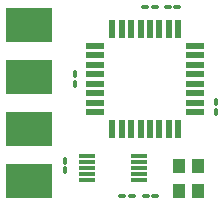
<source format=gbr>
%TF.GenerationSoftware,KiCad,Pcbnew,(6.0.10)*%
%TF.CreationDate,2023-05-20T13:43:56+10:00*%
%TF.ProjectId,DFO,44464f2e-6b69-4636-9164-5f7063625858,rev?*%
%TF.SameCoordinates,Original*%
%TF.FileFunction,Soldermask,Top*%
%TF.FilePolarity,Negative*%
%FSLAX46Y46*%
G04 Gerber Fmt 4.6, Leading zero omitted, Abs format (unit mm)*
G04 Created by KiCad (PCBNEW (6.0.10)) date 2023-05-20 13:43:56*
%MOMM*%
%LPD*%
G01*
G04 APERTURE LIST*
G04 Aperture macros list*
%AMRoundRect*
0 Rectangle with rounded corners*
0 $1 Rounding radius*
0 $2 $3 $4 $5 $6 $7 $8 $9 X,Y pos of 4 corners*
0 Add a 4 corners polygon primitive as box body*
4,1,4,$2,$3,$4,$5,$6,$7,$8,$9,$2,$3,0*
0 Add four circle primitives for the rounded corners*
1,1,$1+$1,$2,$3*
1,1,$1+$1,$4,$5*
1,1,$1+$1,$6,$7*
1,1,$1+$1,$8,$9*
0 Add four rect primitives between the rounded corners*
20,1,$1+$1,$2,$3,$4,$5,0*
20,1,$1+$1,$4,$5,$6,$7,0*
20,1,$1+$1,$6,$7,$8,$9,0*
20,1,$1+$1,$8,$9,$2,$3,0*%
G04 Aperture macros list end*
%ADD10R,1.100000X1.300000*%
%ADD11R,4.000000X3.000000*%
%ADD12RoundRect,0.100000X-0.100000X0.217500X-0.100000X-0.217500X0.100000X-0.217500X0.100000X0.217500X0*%
%ADD13RoundRect,0.100000X-0.217500X-0.100000X0.217500X-0.100000X0.217500X0.100000X-0.217500X0.100000X0*%
%ADD14RoundRect,0.100000X0.217500X0.100000X-0.217500X0.100000X-0.217500X-0.100000X0.217500X-0.100000X0*%
%ADD15R,1.400000X0.300000*%
%ADD16R,1.600000X0.550000*%
%ADD17R,0.550000X1.600000*%
%ADD18RoundRect,0.100000X0.100000X-0.217500X0.100000X0.217500X-0.100000X0.217500X-0.100000X-0.217500X0*%
G04 APERTURE END LIST*
D10*
%TO.C,X1*%
X108809998Y-76610000D03*
X108809998Y-74510000D03*
X107159998Y-74510000D03*
X107159998Y-76610000D03*
%TD*%
D11*
%TO.C,*%
X94480000Y-75790000D03*
%TD*%
D12*
%TO.C,C2*%
X110330000Y-69082500D03*
X110330000Y-69897500D03*
%TD*%
D13*
%TO.C,C1*%
X102352500Y-77000000D03*
X103167500Y-77000000D03*
%TD*%
%TO.C,R1*%
X104332500Y-61010000D03*
X105147500Y-61010000D03*
%TD*%
D14*
%TO.C,R2*%
X107037500Y-61010000D03*
X106222500Y-61010000D03*
%TD*%
D12*
%TO.C,C6*%
X98410000Y-66722500D03*
X98410000Y-67537500D03*
%TD*%
D15*
%TO.C,U1*%
X103830000Y-75660000D03*
X103830000Y-75160000D03*
X103830000Y-74660000D03*
X103830000Y-74160000D03*
X103830000Y-73660000D03*
X99430000Y-73660000D03*
X99430000Y-74160000D03*
X99430000Y-74660000D03*
X99430000Y-75160000D03*
X99430000Y-75660000D03*
%TD*%
D16*
%TO.C,U2*%
X100080000Y-64320000D03*
X100080000Y-65120000D03*
X100080000Y-65920000D03*
X100080000Y-66720000D03*
X100080000Y-67520000D03*
X100080000Y-68320000D03*
X100080000Y-69120000D03*
X100080000Y-69920000D03*
D17*
X101530000Y-71370000D03*
X102330000Y-71370000D03*
X103130000Y-71370000D03*
X103930000Y-71370000D03*
X104730000Y-71370000D03*
X105530000Y-71370000D03*
X106330000Y-71370000D03*
X107130000Y-71370000D03*
D16*
X108580000Y-69920000D03*
X108580000Y-69120000D03*
X108580000Y-68320000D03*
X108580000Y-67520000D03*
X108580000Y-66720000D03*
X108580000Y-65920000D03*
X108580000Y-65120000D03*
X108580000Y-64320000D03*
D17*
X107130000Y-62870000D03*
X106330000Y-62870000D03*
X105530000Y-62870000D03*
X104730000Y-62870000D03*
X103930000Y-62870000D03*
X103130000Y-62870000D03*
X102330000Y-62870000D03*
X101530000Y-62870000D03*
%TD*%
D11*
%TO.C,*%
X94480000Y-71380000D03*
%TD*%
%TO.C,*%
X94480000Y-62540000D03*
%TD*%
%TO.C,*%
X94490000Y-66960000D03*
%TD*%
D18*
%TO.C,R3*%
X97530000Y-74847500D03*
X97530000Y-74032500D03*
%TD*%
D14*
%TO.C,C3*%
X105175000Y-77010000D03*
X104360000Y-77010000D03*
%TD*%
M02*

</source>
